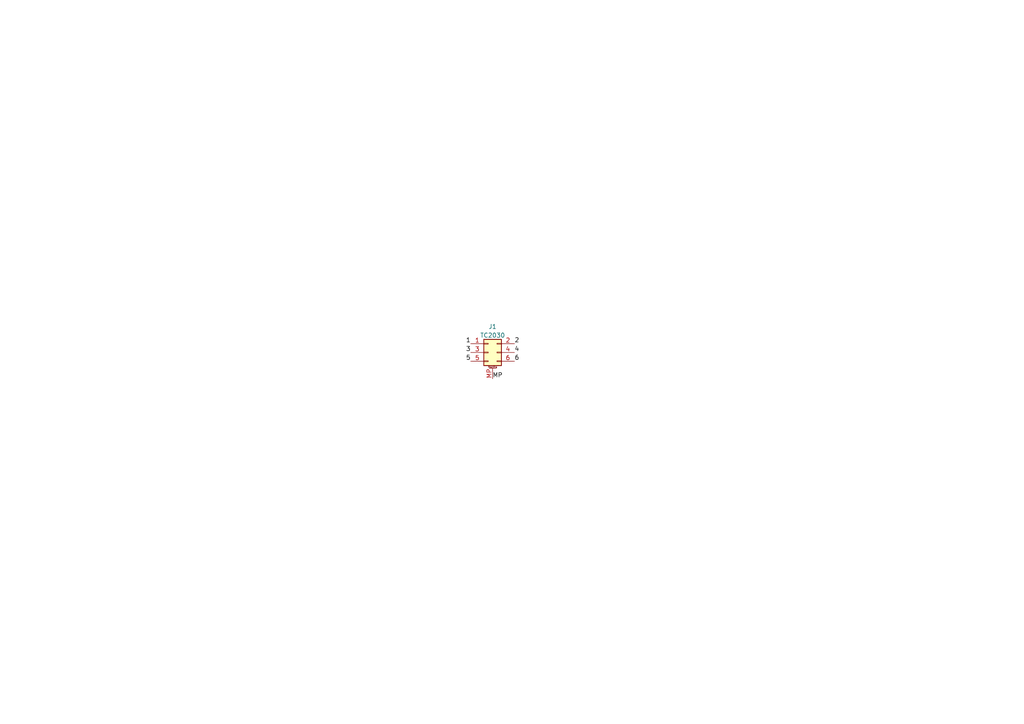
<source format=kicad_sch>
(kicad_sch (version 20231120) (generator "eeschema") (generator_version "8.0")
  (paper "A4")
  (lib_symbols
    (symbol "Connector_Generic_MountingPin:Conn_02x03_Odd_Even_MountingPin" (pin_names (offset 1.016) hide)
      (property "Reference" "J" (at 1.27 5.08 0))
      (property "Value" "Conn_02x03_Odd_Even_MountingPin" (at 2.54 -5.08 0))
      (symbol "Conn_02x03_Odd_Even_MountingPin_1_1"
        (rectangle (start -1.27 -2.413) (end 0 -2.667) (stroke (width 0.1524)))
        (rectangle (start -1.27 0.127) (end 0 -0.127) (stroke (width 0.1524)))
        (rectangle (start -1.27 2.667) (end 0 2.413) (stroke (width 0.1524)))
        (rectangle (start -1.27 3.81) (end 3.81 -3.81) (stroke (width 0.254)) (fill (type background)))
        (polyline (pts (xy 0.254 -4.572) (xy 2.286 -4.572)) (stroke (width 0.1524)))
        (rectangle (start 3.81 -2.413) (end 2.54 -2.667) (stroke (width 0.1524)))
        (rectangle (start 3.81 0.127) (end 2.54 -0.127) (stroke (width 0.1524)))
        (rectangle (start 3.81 2.667) (end 2.54 2.413) (stroke (width 0.1524)))
        (text "Mounting" (at 1.27 -4.191 0) (effects (font (size 0.381 0.381))))
        (pin passive line (at -5.08 2.54 0) (length 3.81) (name "Pin_1") (number "1"))
        (pin passive line (at 7.62 2.54 180) (length 3.81) (name "Pin_2") (number "2"))
        (pin passive line (at -5.08 0 0) (length 3.81) (name "Pin_3") (number "3"))
        (pin passive line (at 7.62 0 180) (length 3.81) (name "Pin_4") (number "4"))
        (pin passive line (at -5.08 -2.54 0) (length 3.81) (name "Pin_5") (number "5"))
        (pin passive line (at 7.62 -2.54 180) (length 3.81) (name "Pin_6") (number "6"))
        (pin passive line (at 1.27 -7.62 90) (length 3.048) (name "MountPin") (number "MP"))
      )
    )
  )
  (label "4" (at 149.225 102.235 0))
  (label "3" (at 136.525 102.235 180))
  (label "1" (at 136.525 99.695 180))
  (label "MP" (at 142.875 109.855 0))
  (label "6" (at 149.225 104.775 0))
  (label "5" (at 136.525 104.775 180))
  (label "2" (at 149.225 99.695 0))
  (symbol (lib_id "Connector_Generic_MountingPin:Conn_02x03_Odd_Even_MountingPin") (at 141.605 102.235 0) (unit 1)
    (property "Reference" "J1" (at 142.875 94.7252 0))
    (property "Value" "TC2030" (at 142.875 97.2621 0))
    (property "Footprint" "Connector:Tag-Connect_TC2050-IDC-NL_2x05_P1.27mm_Vertical" (effects (hide yes)))
  )
)
</source>
